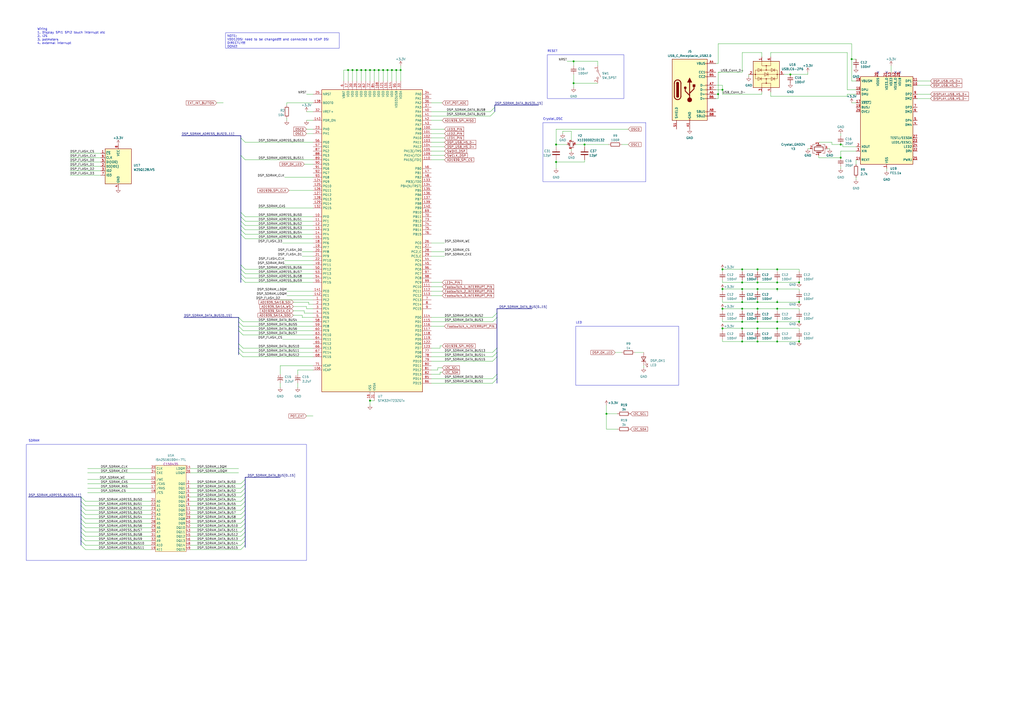
<source format=kicad_sch>
(kicad_sch (version 20231120) (generator "eeschema") (generator_version "8.0")
  (paper "A2")
  (junction (at 419.1 52.07))
  (junction (at 322.58 93.98))
  (junction (at 450.85 156.21))
  (junction (at 463.55 163.83))
  (junction (at 430.53 198.12))
  (junction (at 463.55 186.69))
  (junction (at 209.55 40.64))
  (junction (at 450.85 186.69))
  (junction (at 450.85 179.07))
  (junction (at 439.42 198.12))
  (junction (at 487.68 83.82))
  (junction (at 419.1 190.5))
  (junction (at 430.53 163.83))
  (junction (at 439.42 167.64))
  (junction (at 430.53 186.69))
  (junction (at 439.42 186.69))
  (junction (at 214.63 40.64))
  (junction (at 219.71 40.64))
  (junction (at 351.79 240.03))
  (junction (at 217.17 40.64))
  (junction (at 207.01 40.64))
  (junction (at 450.85 198.12))
  (junction (at 450.85 175.26))
  (junction (at 463.55 175.26))
  (junction (at 222.25 40.64))
  (junction (at 416.56 54.61))
  (junction (at 214.63 232.41))
  (junction (at 229.87 40.64))
  (junction (at 430.53 175.26))
  (junction (at 439.42 156.21))
  (junction (at 494.03 34.29))
  (junction (at 450.85 163.83))
  (junction (at 450.85 190.5))
  (junction (at 212.09 40.64))
  (junction (at 439.42 190.5))
  (junction (at 204.47 40.64))
  (junction (at 430.53 190.5))
  (junction (at 458.47 43.18))
  (junction (at 419.1 179.07))
  (junction (at 439.42 179.07))
  (junction (at 430.53 167.64))
  (junction (at 439.42 175.26))
  (junction (at 439.42 163.83))
  (junction (at 450.85 167.64))
  (junction (at 232.41 40.64))
  (junction (at 201.93 40.64))
  (junction (at 430.53 179.07))
  (junction (at 322.58 83.82))
  (junction (at 339.09 83.82))
  (junction (at 463.55 198.12))
  (junction (at 224.79 40.64))
  (junction (at 332.74 35.56))
  (junction (at 332.74 48.26))
  (junction (at 487.68 91.44))
  (junction (at 419.1 156.21))
  (junction (at 419.1 167.64))
  (junction (at 227.33 40.64))
  (junction (at 430.53 156.21))
  (no_connect (at 509.27 41.91))
  (no_connect (at 519.43 41.91))
  (no_connect (at 521.97 41.91))
  (no_connect (at 514.35 41.91))
  (bus_entry (at 288.29 217.17) (size -2.54 2.54))
  (bus_entry (at 138.43 189.23) (size 2.54 2.54))
  (bus_entry (at 142.24 306.07) (size -2.54 2.54))
  (bus_entry (at 142.24 280.67) (size -2.54 2.54))
  (bus_entry (at 46.99 303.53) (size 2.54 2.54))
  (bus_entry (at 287.02 64.77) (size -2.54 2.54))
  (bus_entry (at 288.29 184.15) (size -2.54 2.54))
  (bus_entry (at 142.24 293.37) (size -2.54 2.54))
  (bus_entry (at 46.99 290.83) (size 2.54 2.54))
  (bus_entry (at 139.7 130.81) (size 2.54 2.54))
  (bus_entry (at 46.99 293.37) (size 2.54 2.54))
  (bus_entry (at 46.99 311.15) (size 2.54 2.54))
  (bus_entry (at 288.29 207.01) (size -2.54 2.54))
  (bus_entry (at 139.7 125.73) (size 2.54 2.54))
  (bus_entry (at 142.24 285.75) (size -2.54 2.54))
  (bus_entry (at 46.99 300.99) (size 2.54 2.54))
  (bus_entry (at 139.7 128.27) (size 2.54 2.54))
  (bus_entry (at 138.43 204.47) (size 2.54 2.54))
  (bus_entry (at 46.99 308.61) (size 2.54 2.54))
  (bus_entry (at 142.24 313.69) (size -2.54 2.54))
  (bus_entry (at 142.24 300.99) (size -2.54 2.54))
  (bus_entry (at 288.29 181.61) (size -2.54 2.54))
  (bus_entry (at 139.7 123.19) (size 2.54 2.54))
  (bus_entry (at 142.24 308.61) (size -2.54 2.54))
  (bus_entry (at 46.99 306.07) (size 2.54 2.54))
  (bus_entry (at 288.29 204.47) (size -2.54 2.54))
  (bus_entry (at 139.7 158.75) (size 2.54 2.54))
  (bus_entry (at 142.24 311.15) (size -2.54 2.54))
  (bus_entry (at 139.7 161.29) (size 2.54 2.54))
  (bus_entry (at 288.29 219.71) (size -2.54 2.54))
  (bus_entry (at 142.24 278.13) (size -2.54 2.54))
  (bus_entry (at 142.24 316.23) (size -2.54 2.54))
  (bus_entry (at 46.99 295.91) (size 2.54 2.54))
  (bus_entry (at 139.7 133.35) (size 2.54 2.54))
  (bus_entry (at 139.7 135.89) (size 2.54 2.54))
  (bus_entry (at 139.7 90.17) (size 2.54 2.54))
  (bus_entry (at 142.24 283.21) (size -2.54 2.54))
  (bus_entry (at 46.99 316.23) (size 2.54 2.54))
  (bus_entry (at 142.24 303.53) (size -2.54 2.54))
  (bus_entry (at 139.7 153.67) (size 2.54 2.54))
  (bus_entry (at 46.99 288.29) (size 2.54 2.54))
  (bus_entry (at 142.24 290.83) (size -2.54 2.54))
  (bus_entry (at 138.43 186.69) (size 2.54 2.54))
  (bus_entry (at 46.99 313.69) (size 2.54 2.54))
  (bus_entry (at 139.7 80.01) (size 2.54 2.54))
  (bus_entry (at 142.24 298.45) (size -2.54 2.54))
  (bus_entry (at 46.99 298.45) (size 2.54 2.54))
  (bus_entry (at 287.02 62.23) (size -2.54 2.54))
  (bus_entry (at 138.43 184.15) (size 2.54 2.54))
  (bus_entry (at 139.7 156.21) (size 2.54 2.54))
  (bus_entry (at 142.24 288.29) (size -2.54 2.54))
  (bus_entry (at 138.43 191.77) (size 2.54 2.54))
  (bus_entry (at 138.43 199.39) (size 2.54 2.54))
  (bus_entry (at 142.24 295.91) (size -2.54 2.54))
  (bus_entry (at 288.29 201.93) (size -2.54 2.54))
  (bus_entry (at 138.43 201.93) (size 2.54 2.54))
  (bus (pts (xy 142.24 298.45) (xy 142.24 295.91)))
  (wire (pts (xy 250.19 90.17) (xy 257.81 90.17)))
  (wire (pts (xy 177.8 177.8) (xy 177.8 179.07)))
  (wire (pts (xy 430.53 179.07) (xy 439.42 179.07)))
  (bus (pts (xy 139.7 130.81) (xy 139.7 133.35)))
  (wire (pts (xy 322.58 93.98) (xy 339.09 93.98)))
  (bus (pts (xy 142.24 278.13) (xy 142.24 276.86)))
  (wire (pts (xy 255.27 201.93) (xy 250.19 201.93)))
  (wire (pts (xy 177.8 54.61) (xy 181.61 54.61)))
  (bus (pts (xy 288.29 179.07) (xy 308.61 179.07)))
  (wire (pts (xy 175.26 184.15) (xy 181.61 184.15)))
  (wire (pts (xy 217.17 40.64) (xy 219.71 40.64)))
  (wire (pts (xy 416.7475 41.945) (xy 416.56 41.91)))
  (wire (pts (xy 222.25 40.64) (xy 222.25 46.99)))
  (wire (pts (xy 250.19 80.01) (xy 257.81 80.01)))
  (wire (pts (xy 358.14 248.92) (xy 351.79 248.92)))
  (bus (pts (xy 288.29 219.71) (xy 288.29 222.25)))
  (bus (pts (xy 138.43 201.93) (xy 138.43 204.47)))
  (bus (pts (xy 46.99 293.37) (xy 46.99 295.91)))
  (wire (pts (xy 415.29 52.07) (xy 419.1 52.07)))
  (wire (pts (xy 40.64 88.9) (xy 58.42 88.9)))
  (wire (pts (xy 179.07 175.26) (xy 179.07 176.53)))
  (bus (pts (xy 142.24 288.29) (xy 142.24 290.83)))
  (wire (pts (xy 441.96 30.48) (xy 441.96 33.02)))
  (wire (pts (xy 250.19 77.47) (xy 257.81 77.47)))
  (wire (pts (xy 463.55 191.77) (xy 463.55 190.5)))
  (wire (pts (xy 110.49 290.83) (xy 139.7 290.83)))
  (wire (pts (xy 177.8 69.85) (xy 181.61 69.85)))
  (wire (pts (xy 177.8 179.07) (xy 181.61 179.07)))
  (wire (pts (xy 250.19 184.15) (xy 285.75 184.15)))
  (bus (pts (xy 142.24 285.75) (xy 142.24 283.21)))
  (bus (pts (xy 142.24 280.67) (xy 142.24 278.13)))
  (wire (pts (xy 165.1 151.13) (xy 181.61 151.13)))
  (bus (pts (xy 46.99 313.69) (xy 46.99 316.23)))
  (wire (pts (xy 142.24 156.21) (xy 181.61 156.21)))
  (wire (pts (xy 494.03 46.99) (xy 496.57 46.99)))
  (wire (pts (xy 179.07 176.53) (xy 181.61 176.53)))
  (wire (pts (xy 166.37 68.58) (xy 166.37 69.85)))
  (bus (pts (xy 46.99 311.15) (xy 46.99 313.69)))
  (bus (pts (xy 138.43 186.69) (xy 138.43 189.23)))
  (bus (pts (xy 46.99 298.45) (xy 46.99 300.99)))
  (wire (pts (xy 219.71 40.64) (xy 219.71 46.99)))
  (wire (pts (xy 491.49 52.07) (xy 496.57 52.07)))
  (wire (pts (xy 450.85 185.42) (xy 450.85 186.69)))
  (wire (pts (xy 250.19 207.01) (xy 285.75 207.01)))
  (wire (pts (xy 450.85 191.77) (xy 450.85 190.5)))
  (bus (pts (xy 142.24 317.5) (xy 142.24 316.23)))
  (wire (pts (xy 199.39 40.64) (xy 201.93 40.64)))
  (wire (pts (xy 250.19 209.55) (xy 285.75 209.55)))
  (wire (pts (xy 142.24 135.89) (xy 181.61 135.89)))
  (wire (pts (xy 439.42 173.99) (xy 439.42 175.26)))
  (wire (pts (xy 463.55 179.07) (xy 450.85 179.07)))
  (bus (pts (xy 139.7 128.27) (xy 139.7 130.81)))
  (wire (pts (xy 430.53 185.42) (xy 430.53 186.69)))
  (wire (pts (xy 494.03 34.29) (xy 496.57 34.29)))
  (wire (pts (xy 474.98 82.55) (xy 482.6 82.55)))
  (wire (pts (xy 487.68 87.63) (xy 496.57 87.63)))
  (bus (pts (xy 142.24 288.29) (xy 142.24 285.75)))
  (wire (pts (xy 450.85 163.83) (xy 463.55 163.83)))
  (wire (pts (xy 142.24 163.83) (xy 181.61 163.83)))
  (wire (pts (xy 416.56 54.61) (xy 416.56 57.15)))
  (wire (pts (xy 175.26 182.88) (xy 175.26 184.15)))
  (bus (pts (xy 139.7 156.21) (xy 139.7 158.75)))
  (wire (pts (xy 539.75 46.99) (xy 532.13 46.99)))
  (bus (pts (xy 142.24 303.53) (xy 142.24 300.99)))
  (wire (pts (xy 166.37 59.69) (xy 181.61 59.69)))
  (wire (pts (xy 50.8 271.78) (xy 87.63 271.78)))
  (wire (pts (xy 458.47 43.18) (xy 454.66 43.18)))
  (bus (pts (xy 138.43 184.15) (xy 138.43 186.69)))
  (wire (pts (xy 322.58 74.93) (xy 322.58 83.82)))
  (wire (pts (xy 207.01 40.64) (xy 209.55 40.64)))
  (wire (pts (xy 430.53 156.21) (xy 439.42 156.21)))
  (bus (pts (xy 288.29 184.15) (xy 288.29 201.93)))
  (wire (pts (xy 40.64 93.98) (xy 58.42 93.98)))
  (bus (pts (xy 139.7 133.35) (xy 139.7 135.89)))
  (wire (pts (xy 439.42 163.83) (xy 450.85 163.83)))
  (wire (pts (xy 142.24 130.81) (xy 181.61 130.81)))
  (wire (pts (xy 487.68 77.47) (xy 487.68 78.74)))
  (wire (pts (xy 110.49 288.29) (xy 139.7 288.29)))
  (wire (pts (xy 415.29 49.53) (xy 419.1 49.53)))
  (wire (pts (xy 49.53 316.23) (xy 87.63 316.23)))
  (wire (pts (xy 224.79 40.64) (xy 224.79 46.99)))
  (wire (pts (xy 250.19 204.47) (xy 285.75 204.47)))
  (wire (pts (xy 163.83 140.97) (xy 181.61 140.97)))
  (wire (pts (xy 447.04 55.88) (xy 447.04 53.34)))
  (wire (pts (xy 40.64 91.44) (xy 58.42 91.44)))
  (wire (pts (xy 165.1 153.67) (xy 181.61 153.67)))
  (bus (pts (xy 139.7 125.73) (xy 139.7 128.27)))
  (wire (pts (xy 463.55 157.48) (xy 463.55 156.21)))
  (wire (pts (xy 209.55 40.64) (xy 212.09 40.64)))
  (wire (pts (xy 49.53 313.69) (xy 87.63 313.69)))
  (wire (pts (xy 110.49 295.91) (xy 139.7 295.91)))
  (wire (pts (xy 229.87 40.64) (xy 232.41 40.64)))
  (wire (pts (xy 110.49 316.23) (xy 139.7 316.23)))
  (wire (pts (xy 326.39 76.2) (xy 331.47 76.2)))
  (wire (pts (xy 142.24 82.55) (xy 181.61 82.55)))
  (bus (pts (xy 142.24 303.53) (xy 142.24 306.07)))
  (wire (pts (xy 163.83 196.85) (xy 181.61 196.85)))
  (wire (pts (xy 419.1 168.91) (xy 419.1 167.64)))
  (wire (pts (xy 207.01 40.64) (xy 207.01 46.99)))
  (wire (pts (xy 488.95 85.09) (xy 488.95 83.82)))
  (wire (pts (xy 250.19 219.71) (xy 285.75 219.71)))
  (wire (pts (xy 463.55 185.42) (xy 463.55 186.69)))
  (wire (pts (xy 232.41 40.64) (xy 232.41 46.99)))
  (bus (pts (xy 139.7 78.74) (xy 105.41 78.74)))
  (wire (pts (xy 332.74 43.18) (xy 332.74 48.26)))
  (wire (pts (xy 176.53 95.25) (xy 181.61 95.25)))
  (wire (pts (xy 326.39 77.47) (xy 326.39 76.2)))
  (wire (pts (xy 430.53 175.26) (xy 439.42 175.26)))
  (bus (pts (xy 16.51 288.29) (xy 46.99 288.29)))
  (wire (pts (xy 49.53 298.45) (xy 87.63 298.45)))
  (wire (pts (xy 450.85 157.48) (xy 450.85 156.21)))
  (wire (pts (xy 373.38 212.09) (xy 373.38 213.36)))
  (wire (pts (xy 415.29 57.15) (xy 416.56 57.15)))
  (wire (pts (xy 172.72 214.63) (xy 181.61 214.63)))
  (wire (pts (xy 439.42 168.91) (xy 439.42 167.64)))
  (wire (pts (xy 110.49 306.07) (xy 139.7 306.07)))
  (bus (pts (xy 139.7 123.19) (xy 139.7 125.73)))
  (wire (pts (xy 447.04 30.48) (xy 491.49 30.48)))
  (wire (pts (xy 50.8 283.21) (xy 87.63 283.21)))
  (wire (pts (xy 140.97 201.93) (xy 181.61 201.93)))
  (wire (pts (xy 430.53 198.12) (xy 439.42 198.12)))
  (wire (pts (xy 49.53 306.07) (xy 87.63 306.07)))
  (wire (pts (xy 110.49 285.75) (xy 139.7 285.75)))
  (wire (pts (xy 50.8 280.67) (xy 87.63 280.67)))
  (bus (pts (xy 46.99 306.07) (xy 46.99 308.61)))
  (wire (pts (xy 209.55 40.64) (xy 209.55 46.99)))
  (wire (pts (xy 162.56 217.17) (xy 162.56 212.09)))
  (wire (pts (xy 110.49 303.53) (xy 139.7 303.53)))
  (wire (pts (xy 256.54 213.36) (xy 254 213.36)))
  (bus (pts (xy 142.24 293.37) (xy 142.24 290.83)))
  (bus (pts (xy 287.02 60.96) (xy 312.42 60.96)))
  (bus (pts (xy 288.29 181.61) (xy 288.29 184.15)))
  (wire (pts (xy 430.53 30.48) (xy 441.96 30.48)))
  (wire (pts (xy 430.53 167.64) (xy 419.1 167.64)))
  (wire (pts (xy 419.1 49.53) (xy 419.1 52.07)))
  (wire (pts (xy 439.42 198.12) (xy 450.85 198.12)))
  (wire (pts (xy 463.55 190.5) (xy 450.85 190.5)))
  (wire (pts (xy 441.96 54.61) (xy 441.96 53.34)))
  (wire (pts (xy 140.97 189.23) (xy 181.61 189.23)))
  (wire (pts (xy 204.47 40.64) (xy 207.01 40.64)))
  (wire (pts (xy 170.18 182.88) (xy 175.26 182.88)))
  (wire (pts (xy 496.57 92.71) (xy 496.57 95.25)))
  (wire (pts (xy 257.81 146.05) (xy 250.19 146.05)))
  (wire (pts (xy 430.53 186.69) (xy 439.42 186.69)))
  (wire (pts (xy 332.74 35.56) (xy 332.74 38.1)))
  (wire (pts (xy 162.56 222.25) (xy 162.56 224.79)))
  (wire (pts (xy 176.53 181.61) (xy 181.61 181.61)))
  (wire (pts (xy 250.19 85.09) (xy 257.81 85.09)))
  (wire (pts (xy 516.89 38.1) (xy 516.89 41.91)))
  (wire (pts (xy 430.53 179.07) (xy 419.1 179.07)))
  (wire (pts (xy 149.86 120.65) (xy 181.61 120.65)))
  (wire (pts (xy 430.53 190.5) (xy 419.1 190.5)))
  (wire (pts (xy 419.1 162.56) (xy 419.1 163.83)))
  (wire (pts (xy 177.8 64.77) (xy 181.61 64.77)))
  (wire (pts (xy 250.19 74.93) (xy 257.81 74.93)))
  (wire (pts (xy 110.49 283.21) (xy 139.7 283.21)))
  (wire (pts (xy 532.13 57.15) (xy 539.75 57.15)))
  (wire (pts (xy 494.03 59.69) (xy 496.57 59.69)))
  (wire (pts (xy 177.8 74.93) (xy 181.61 74.93)))
  (wire (pts (xy 494.03 25.4) (xy 494.03 34.29)))
  (bus (pts (xy 142.24 295.91) (xy 142.24 293.37)))
  (wire (pts (xy 439.42 162.56) (xy 439.42 163.83)))
  (wire (pts (xy 110.49 298.45) (xy 139.7 298.45)))
  (wire (pts (xy 250.19 186.69) (xy 285.75 186.69)))
  (wire (pts (xy 256.54 69.85) (xy 250.19 69.85)))
  (bus (pts (xy 142.24 313.69) (xy 142.24 311.15)))
  (wire (pts (xy 430.53 167.64) (xy 439.42 167.64)))
  (bus (pts (xy 139.7 90.17) (xy 139.7 123.19)))
  (wire (pts (xy 250.19 64.77) (xy 284.48 64.77)))
  (wire (pts (xy 463.55 180.34) (xy 463.55 179.07)))
  (wire (pts (xy 142.24 133.35) (xy 181.61 133.35)))
  (bus (pts (xy 139.7 80.01) (xy 139.7 90.17)))
  (wire (pts (xy 416.56 36.83) (xy 415.29 36.83)))
  (bus (pts (xy 46.99 303.53) (xy 46.99 306.07)))
  (wire (pts (xy 250.19 168.91) (xy 256.54 168.91)))
  (wire (pts (xy 419.1 52.07) (xy 419.1 54.61)))
  (wire (pts (xy 142.24 161.29) (xy 181.61 161.29)))
  (wire (pts (xy 177.8 241.3) (xy 181.61 241.3)))
  (wire (pts (xy 360.68 83.82) (xy 364.49 83.82)))
  (wire (pts (xy 212.09 40.64) (xy 212.09 46.99)))
  (wire (pts (xy 166.37 171.45) (xy 181.61 171.45)))
  (wire (pts (xy 351.79 240.03) (xy 351.79 234.95)))
  (wire (pts (xy 250.19 163.83) (xy 256.54 163.83)))
  (wire (pts (xy 430.53 162.56) (xy 430.53 163.83)))
  (wire (pts (xy 430.53 191.77) (xy 430.53 190.5)))
  (wire (pts (xy 49.53 290.83) (xy 87.63 290.83)))
  (wire (pts (xy 439.42 186.69) (xy 450.85 186.69)))
  (wire (pts (xy 204.47 40.64) (xy 204.47 46.99)))
  (wire (pts (xy 332.74 35.56) (xy 346.71 35.56)))
  (wire (pts (xy 430.53 196.85) (xy 430.53 198.12)))
  (wire (pts (xy 514.35 99.06) (xy 514.35 97.79)))
  (wire (pts (xy 175.26 146.05) (xy 181.61 146.05)))
  (wire (pts (xy 439.42 180.34) (xy 439.42 179.07)))
  (wire (pts (xy 439.42 175.26) (xy 450.85 175.26)))
  (wire (pts (xy 358.14 240.03) (xy 351.79 240.03)))
  (wire (pts (xy 49.53 308.61) (xy 87.63 308.61)))
  (wire (pts (xy 175.26 148.59) (xy 181.61 148.59)))
  (wire (pts (xy 170.18 175.26) (xy 179.07 175.26)))
  (bus (pts (xy 142.24 308.61) (xy 142.24 306.07)))
  (wire (pts (xy 496.57 85.09) (xy 488.95 85.09)))
  (wire (pts (xy 482.6 83.82) (xy 487.68 83.82)))
  (wire (pts (xy 254 214.63) (xy 250.19 214.63)))
  (wire (pts (xy 250.19 222.25) (xy 285.75 222.25)))
  (wire (pts (xy 487.68 83.82) (xy 488.95 83.82)))
  (wire (pts (xy 142.24 92.71) (xy 181.61 92.71)))
  (wire (pts (xy 416.56 25.4) (xy 494.03 25.4)))
  (wire (pts (xy 491.49 55.88) (xy 491.49 54.61)))
  (wire (pts (xy 419.1 180.34) (xy 419.1 179.07)))
  (wire (pts (xy 450.85 167.64) (xy 439.42 167.64)))
  (wire (pts (xy 49.53 303.53) (xy 87.63 303.53)))
  (wire (pts (xy 166.37 60.96) (xy 166.37 59.69)))
  (wire (pts (xy 250.19 82.55) (xy 257.81 82.55)))
  (wire (pts (xy 322.58 74.93) (xy 364.49 74.93)))
  (bus (pts (xy 142.24 283.21) (xy 142.24 280.67)))
  (wire (pts (xy 419.1 198.12) (xy 430.53 198.12)))
  (wire (pts (xy 450.85 190.5) (xy 439.42 190.5)))
  (wire (pts (xy 351.79 248.92) (xy 351.79 240.03)))
  (wire (pts (xy 232.41 38.1) (xy 232.41 40.64)))
  (bus (pts (xy 138.43 184.15) (xy 106.68 184.15)))
  (wire (pts (xy 172.72 222.25) (xy 172.72 224.79)))
  (wire (pts (xy 328.93 35.56) (xy 332.74 35.56)))
  (wire (pts (xy 162.56 212.09) (xy 181.61 212.09)))
  (bus (pts (xy 138.43 204.47) (xy 138.43 205.74)))
  (bus (pts (xy 139.7 80.01) (xy 139.7 78.74)))
  (wire (pts (xy 322.58 83.82) (xy 328.93 83.82)))
  (bus (pts (xy 142.24 300.99) (xy 142.24 298.45)))
  (wire (pts (xy 140.97 204.47) (xy 181.61 204.47)))
  (wire (pts (xy 250.19 189.23) (xy 257.81 189.23)))
  (wire (pts (xy 110.49 274.32) (xy 138.43 274.32)))
  (wire (pts (xy 439.42 196.85) (xy 439.42 198.12)))
  (wire (pts (xy 463.55 168.91) (xy 463.55 167.64)))
  (bus (pts (xy 139.7 161.29) (xy 139.7 163.83)))
  (wire (pts (xy 140.97 207.01) (xy 181.61 207.01)))
  (wire (pts (xy 177.8 77.47) (xy 181.61 77.47)))
  (wire (pts (xy 172.72 214.63) (xy 172.72 217.17)))
  (wire (pts (xy 450.85 179.07) (xy 439.42 179.07)))
  (wire (pts (xy 50.8 274.32) (xy 87.63 274.32)))
  (bus (pts (xy 139.7 153.67) (xy 139.7 156.21)))
  (wire (pts (xy 447.04 30.48) (xy 447.04 33.02)))
  (bus (pts (xy 142.24 311.15) (xy 142.24 308.61)))
  (wire (pts (xy 439.42 185.42) (xy 439.42 186.69)))
  (wire (pts (xy 40.64 101.6) (xy 58.42 101.6)))
  (wire (pts (xy 491.49 30.48) (xy 491.49 52.07)))
  (wire (pts (xy 176.53 180.34) (xy 176.53 181.61)))
  (wire (pts (xy 463.55 156.21) (xy 450.85 156.21)))
  (bus (pts (xy 46.99 295.91) (xy 46.99 298.45)))
  (wire (pts (xy 491.49 54.61) (xy 496.57 54.61)))
  (wire (pts (xy 166.37 168.91) (xy 181.61 168.91)))
  (wire (pts (xy 339.09 92.71) (xy 339.09 93.98)))
  (bus (pts (xy 288.29 201.93) (xy 288.29 204.47)))
  (wire (pts (xy 419.1 191.77) (xy 419.1 190.5)))
  (wire (pts (xy 214.63 232.41) (xy 217.17 232.41)))
  (bus (pts (xy 46.99 300.99) (xy 46.99 303.53)))
  (bus (pts (xy 288.29 207.01) (xy 288.29 217.17)))
  (wire (pts (xy 419.1 175.26) (xy 430.53 175.26)))
  (wire (pts (xy 450.85 196.85) (xy 450.85 198.12)))
  (wire (pts (xy 49.53 295.91) (xy 87.63 295.91)))
  (wire (pts (xy 539.75 49.53) (xy 532.13 49.53)))
  (wire (pts (xy 40.64 96.52) (xy 58.42 96.52)))
  (wire (pts (xy 229.87 46.99) (xy 229.87 40.64)))
  (wire (pts (xy 110.49 271.78) (xy 138.43 271.78)))
  (wire (pts (xy 463.55 173.99) (xy 463.55 175.26)))
  (wire (pts (xy 419.1 196.85) (xy 419.1 198.12)))
  (wire (pts (xy 419.1 157.48) (xy 419.1 156.21)))
  (wire (pts (xy 419.1 173.99) (xy 419.1 175.26)))
  (wire (pts (xy 416.56 41.91) (xy 416.56 54.61)))
  (wire (pts (xy 201.93 40.64) (xy 201.93 46.99)))
  (wire (pts (xy 415.29 54.61) (xy 416.56 54.61)))
  (bus (pts (xy 139.7 158.75) (xy 139.7 161.29)))
  (bus (pts (xy 288.29 217.17) (xy 288.29 219.71)))
  (wire (pts (xy 450.85 180.34) (xy 450.85 179.07)))
  (wire (pts (xy 170.18 177.8) (xy 177.8 177.8)))
  (bus (pts (xy 142.24 276.86) (xy 162.56 276.86)))
  (wire (pts (xy 487.68 87.63) (xy 487.68 91.44)))
  (bus (pts (xy 287.02 62.23) (xy 287.02 60.96)))
  (wire (pts (xy 418.0175 41.945) (xy 416.7475 41.945)))
  (wire (pts (xy 125.73 59.69) (xy 129.54 59.69)))
  (wire (pts (xy 110.49 311.15) (xy 139.7 311.15)))
  (wire (pts (xy 450.85 173.99) (xy 450.85 175.26)))
  (wire (pts (xy 430.53 180.34) (xy 430.53 179.07)))
  (wire (pts (xy 450.85 186.69) (xy 463.55 186.69)))
  (wire (pts (xy 339.09 85.09) (xy 339.09 83.82)))
  (wire (pts (xy 331.47 76.2) (xy 331.47 81.28)))
  (wire (pts (xy 110.49 318.77) (xy 139.7 318.77)))
  (wire (pts (xy 256.54 215.9) (xy 255.27 215.9)))
  (wire (pts (xy 214.63 234.95) (xy 214.63 232.41)))
  (wire (pts (xy 434.34 44.45) (xy 434.34 43.18)))
  (wire (pts (xy 250.19 166.37) (xy 256.54 166.37)))
  (wire (pts (xy 110.49 300.99) (xy 139.7 300.99)))
  (wire (pts (xy 219.71 40.64) (xy 222.25 40.64)))
  (wire (pts (xy 140.97 194.31) (xy 181.61 194.31)))
  (wire (pts (xy 250.19 87.63) (xy 257.81 87.63)))
  (wire (pts (xy 419.1 185.42) (xy 419.1 186.69)))
  (wire (pts (xy 110.49 280.67) (xy 139.7 280.67)))
  (wire (pts (xy 468.63 41.91) (xy 468.63 43.18)))
  (wire (pts (xy 110.49 308.61) (xy 139.7 308.61)))
  (wire (pts (xy 450.85 162.56) (xy 450.85 163.83)))
  (wire (pts (xy 110.49 293.37) (xy 139.7 293.37)))
  (wire (pts (xy 254 213.36) (xy 254 214.63)))
  (bus (pts (xy 46.99 308.61) (xy 46.99 311.15)))
  (wire (pts (xy 468.63 86.36) (xy 469.9 86.36)))
  (bus (pts (xy 139.7 135.89) (xy 139.7 153.67)))
  (wire (pts (xy 214.63 40.64) (xy 217.17 40.64)))
  (wire (pts (xy 110.49 313.69) (xy 139.7 313.69)))
  (wire (pts (xy 255.27 215.9) (xy 255.27 217.17)))
  (wire (pts (xy 217.17 40.64) (xy 217.17 46.99)))
  (bus (pts (xy 142.24 316.23) (xy 142.24 313.69)))
  (wire (pts (xy 334.01 83.82) (xy 339.09 83.82)))
  (wire (pts (xy 474.98 91.44) (xy 487.68 91.44)))
  (wire (pts (xy 463.55 196.85) (xy 463.55 198.12)))
  (wire (pts (xy 450.85 175.26) (xy 463.55 175.26)))
  (wire (pts (xy 162.56 173.99) (xy 181.61 173.99)))
  (wire (pts (xy 532.13 54.61) (xy 539.75 54.61)))
  (wire (pts (xy 331.47 86.36) (xy 331.47 87.63)))
  (wire (pts (xy 142.24 138.43) (xy 181.61 138.43)))
  (wire (pts (xy 430.53 157.48) (xy 430.53 156.21)))
  (wire (pts (xy 322.58 83.82) (xy 322.58 85.09)))
  (wire (pts (xy 430.53 30.48) (xy 430.53 41.91)))
  (wire (pts (xy 49.53 318.77) (xy 87.63 318.77)))
  (wire (pts (xy 50.8 278.13) (xy 87.63 278.13)))
  (bus (pts (xy 138.43 189.23) (xy 138.43 191.77)))
  (bus (pts (xy 138.43 191.77) (xy 138.43 199.39)))
  (wire (pts (xy 332.74 48.26) (xy 332.74 50.8)))
  (wire (pts (xy 430.53 168.91) (xy 430.53 167.64)))
  (wire (pts (xy 322.58 92.71) (xy 322.58 93.98)))
  (wire (pts (xy 356.87 204.47) (xy 360.68 204.47)))
  (bus (pts (xy 288.29 204.47) (xy 288.29 207.01)))
  (wire (pts (xy 167.64 110.49) (xy 181.61 110.49)))
  (wire (pts (xy 165.1 102.87) (xy 181.61 102.87)))
  (bus (pts (xy 46.99 288.29) (xy 46.99 290.83)))
  (wire (pts (xy 142.24 128.27) (xy 181.61 128.27)))
  (wire (pts (xy 494.03 34.29) (xy 494.03 46.99)))
  (wire (pts (xy 419.1 186.69) (xy 430.53 186.69)))
  (bus (pts (xy 138.43 199.39) (xy 138.43 201.93)))
  (wire (pts (xy 199.39 40.64) (xy 199.39 46.99)))
  (wire (pts (xy 255.27 200.66) (xy 255.27 201.93)))
  (wire (pts (xy 463.55 167.64) (xy 450.85 167.64)))
  (wire (pts (xy 419.1 163.83) (xy 430.53 163.83)))
  (bus (pts (xy 288.29 179.07) (xy 288.29 181.61)))
  (wire (pts (xy 339.09 83.82) (xy 353.06 83.82)))
  (wire (pts (xy 212.09 40.64) (xy 214.63 40.64)))
  (wire (pts (xy 346.71 38.1) (xy 346.71 35.56)))
  (wire (pts (xy 430.53 41.91) (xy 416.7475 41.945)))
  (wire (pts (xy 439.42 191.77) (xy 439.42 190.5)))
  (wire (pts (xy 468.63 43.18) (xy 458.47 43.18)))
  (wire (pts (xy 430.53 156.21) (xy 419.1 156.21)))
  (wire (pts (xy 450.85 168.91) (xy 450.85 167.64)))
  (wire (pts (xy 447.04 55.88) (xy 491.49 55.88)))
  (wire (pts (xy 430.53 163.83) (xy 439.42 163.83)))
  (wire (pts (xy 49.53 293.37) (xy 87.63 293.37)))
  (wire (pts (xy 222.25 40.64) (xy 224.79 40.64)))
  (wire (pts (xy 481.33 86.36) (xy 480.06 86.36)))
  (wire (pts (xy 257.81 140.97) (xy 250.19 140.97)))
  (wire (pts (xy 40.64 99.06) (xy 58.42 99.06)))
  (wire (pts (xy 140.97 186.69) (xy 181.61 186.69)))
  (wire (pts (xy 250.19 67.31) (xy 284.48 67.31)))
  (wire (pts (xy 474.98 90.17) (xy 474.98 91.44)))
  (wire (pts (xy 419.1 54.61) (xy 441.96 54.61)))
  (wire (pts (xy 250.19 171.45) (xy 256.54 171.45)))
  (wire (pts (xy 416.56 36.83) (xy 416.56 25.4)))
  (wire (pts (xy 430.53 190.5) (xy 439.42 190.5)))
  (wire (pts (xy 201.93 40.64) (xy 204.47 40.64)))
  (wire (pts (xy 227.33 40.64) (xy 229.87 40.64)))
  (wire (pts (xy 322.58 93.98) (xy 322.58 97.79)))
  (bus (pts (xy 287.02 64.77) (xy 287.02 62.23)))
  (wire (pts (xy 496.57 102.87) (xy 496.57 104.14)))
  (wire (pts (xy 170.18 180.34) (xy 176.53 180.34)))
  (bus (pts (xy 46.99 290.83) (xy 46.99 293.37)))
  (wire (pts (xy 439.42 157.48) (xy 439.42 156.21)))
  (wire (pts (xy 450.85 198.12) (xy 463.55 198.12)))
  (wire (pts (xy 224.79 40.64) (xy 227.33 40.64)))
  (wire (pts (xy 450.85 156.21) (xy 439.42 156.21)))
  (wire (pts (xy 227.33 40.64) (xy 227.33 46.99)))
  (wire (pts (xy 142.24 125.73) (xy 181.61 125.73)))
  (wire (pts (xy 332.74 48.26) (xy 346.71 48.26)))
  (wire (pts (xy 49.53 311.15) (xy 87.63 311.15)))
  (wire (pts (xy 368.3 204.47) (xy 373.38 204.47)))
  (wire (pts (xy 463.55 162.56) (xy 463.55 163.83)))
  (wire (pts (xy 255.27 217.17) (xy 250.19 217.17)))
  (wire (pts (xy 257.81 148.59) (xy 250.19 148.59)))
  (wire (pts (xy 49.53 300.99) (xy 87.63 300.99)))
  (wire (pts (xy 256.54 200.66) (xy 255.27 200.66)))
  (wire (pts (xy 487.68 97.79) (xy 487.68 96.52)))
  (wire (pts (xy 482.6 82.55) (xy 482.6 83.82)))
  (wire (pts (xy 140.97 191.77) (xy 181.61 191.77)))
  (wire (pts (xy 50.8 285.75) (xy 87.63 285.75)))
  (wire (pts (xy 214.63 40.64) (xy 214.63 46.99)))
  (wire (pts (xy 430.53 173.99) (xy 430.53 175.26)))
  (wire (pts (xy 257.81 92.71) (xy 250.19 92.71)))
  (wire (pts (xy 142.24 158.75) (xy 181.61 158.75)))
  (wire (pts (xy 256.54 59.69) (xy 250.19 59.69)))
  (rectangle (start 317.5 31.75) (end 361.95 57.15))
  (rectangle (start 15.24 257.81) (end 177.8 325.12))
  (rectangle (start 334.01 189.23) (end 393.7 223.52))
  (rectangle (start 314.96 71.12) (end 374.65 105.41))
  (text_box "NOTE:\nVDD12DSI need to be changed!!! and connected to VCAP DSI DIRECTLY!!!\nDONE!\n" (at 130.81 19.05 0) (size 66.04 8.89) (effects (font (size 1.27 1.27)) (justify left top)))
  (text "RESET\n" (at 317.5 30.48 0) (effects (font (size 1.27 1.27)) (justify left bottom)))
  (text "SDRAM" (at 16.51 256.54 0) (effects (font (size 1.27 1.27)) (justify left bottom)))
  (text "Crystal_OSC" (at 314.96 69.85 0) (effects (font (size 1.27 1.27)) (justify left bottom)))
  (text "Wiring\n1. Display SPI1 SPI2 touch interrupt etc\n2. I2S\n3. potmeters\n4. external interrupt\n\n" (at 21.59 27.94 0) (effects (font (size 1.27 1.27)) (justify left bottom)))
  (text "LED" (at 334.01 187.96 0) (effects (font (size 1.27 1.27)) (justify left bottom)))
  (label "DSP_SDRAM_ADRESS_BUS1" (at 149.86 128.27 0))
  (label "DSP_SDRAM_DATA_BUS14" (at 257.81 207.01 0))
  (label "DSP_SDRAM_DATA_BUS15" (at 114.3 318.77 0))
  (label "DSP_SDRAM_ADRESS_BUS11" (at 149.86 92.71 0))
  (label "DSP_SDRAM_ADRESS_BUS10" (at 149.86 82.55 0))
  (label "DSP_SDRAM_DATA_BUS6" (at 149.86 191.77 0))
  (label "DSP_SDRAM_ADRESS_BUS10" (at 57.15 316.23 0))
  (label "DSP_FLASH_D2" (at 40.64 99.06 0))
  (label "DSP_SDRAM_ADRESS_BUS3" (at 149.86 133.35 0))
  (label "NRST" (at 177.8 54.61 180))
  (label "DSP_SDRAM_CKE" (at 58.42 274.32 0))
  (label "DSP_FLASH_D2" (at 162.56 173.99 180))
  (label "DSP_SDRAM_DATA_BUS13" (at 257.81 204.47 0))
  (label "DSP_SDRAM_ADRESS_BUS4" (at 149.86 135.89 0))
  (label "DSP_SDRAM_DATA_BUS13" (at 114.3 313.69 0))
  (label "DSP_SDRAM_DATA_BUS9" (at 259.08 67.31 0))
  (label "DSP_SDRAM_DATA_BUS4" (at 149.86 186.69 0))
  (label "DSP_SDRAM_DATA_BUS14" (at 114.3 316.23 0))
  (label "DSP_SDRAM_CKE" (at 257.81 148.59 0))
  (label "DSP_SDRAM_LDQM" (at 166.37 168.91 180))
  (label "DSP_SDRAM_ADRESS_BUS6" (at 57.15 306.07 0))
  (label "DSP_SDRAM_ADRESS_BUS2" (at 57.15 295.91 0))
  (label "DSP_SDRAM_ADRESS_BUS8" (at 149.86 161.29 0))
  (label "DSP_SDRAM_DATA_BUS1" (at 114.3 283.21 0))
  (label "DSP_SDRAM_DATA_BUS3" (at 257.81 186.69 0))
  (label "DSP_SDRAM_DATA_BUS9" (at 114.3 303.53 0))
  (label "DSP_FLASH_D3" (at 163.83 140.97 180))
  (label "DSP_SDRAM_DATA_BUS4" (at 114.3 290.83 0))
  (label "DSP_SDRAM_WE" (at 57.8098 278.13 0))
  (label "DSP_SDRAM_ADRESS_BUS7" (at 57.15 308.61 0))
  (label "DSP_SDRAM_DATA_BUS5" (at 114.3 293.37 0))
  (label "DSP_SDRAM_ADRESS_BUS11" (at 57.15 318.77 0))
  (label "DSP_SDRAM_ADRESS_BUS4" (at 57.15 300.99 0))
  (label "DSP_SDRAM_CLK" (at 58.42 271.78 0))
  (label "DSP_SDRAM_ADRESS_BUS9" (at 57.15 313.69 0))
  (label "DSP_SDRAM_DATA_BUS2" (at 114.3 285.75 0))
  (label "DSP_SDRAM_DATA_BUS7" (at 114.3 298.45 0))
  (label "DSP_SDRAM_WE" (at 257.81 140.97 0))
  (label "DSP_SDRAM_LDQM" (at 114.3 271.78 0))
  (label "DSP_SDRAM_ADRESS_BUS9" (at 149.86 163.83 0))
  (label "DSP_SDRAM_DATA_BUS[0..15]" (at 106.68 184.15 0))
  (label "DSP_FLASH_CS" (at 163.83 196.85 180))
  (label "DSP_SDRAM_CAS" (at 58.42 280.67 0))
  (label "DSP_SDRAM_CS" (at 257.81 146.05 0))
  (label "DSP_SDRAM_DATA_BUS1" (at 257.81 222.25 0))
  (label "DSP_SDRAM_DATA_BUS6" (at 114.3 295.91 0))
  (label "DSP_FLASH_CLK" (at 165.1 151.13 180))
  (label "DSP_SDRAM_DATA_BUS3" (at 114.3 288.29 0))
  (label "DSP_SDRAM_CS" (at 58.42 285.75 0))
  (label "DSP_SDRAM_CAS" (at 149.86 120.65 0))
  (label "DSP_FLASH_D0" (at 175.26 146.05 180))
  (label "DSP_SDRAM_DATA_BUS15" (at 257.81 209.55 0))
  (label "DSP_SDRAM_UDQM" (at 166.37 171.45 180))
  (label "DSP_SDRAM_ADRESS_BUS[0..11]" (at 105.41 78.74 0))
  (label "USB_Conn_D-" (at 419.1 54.61 0))
  (label "DSP_SDRAM_DATA_BUS7" (at 149.86 194.31 0))
  (label "DSP_SDRAM_ADRESS_BUS7" (at 149.86 158.75 0))
  (label "DSP_SDRAM_DATA_BUS8" (at 259.08 64.77 0))
  (label "DSP_FLASH_CS" (at 40.64 88.9 0))
  (label "DSP_FLASH_D1" (at 40.64 96.52 0))
  (label "DSP_SDRAM_ADRESS_BUS3" (at 57.15 298.45 0))
  (label "DSP_SDRAM_RAS" (at 165.1 153.67 180))
  (label "DSP_SDRAM_ADRESS_BUS0" (at 57.15 290.83 0))
  (label "DSP_SDRAM_DATA_BUS10" (at 114.3 306.07 0))
  (label "NRST" (at 328.93 35.56 180))
  (label "DSP_SDRAM_ADRESS_BUS0" (at 149.86 125.73 0))
  (label "DSP_SDRAM_DATA_BUS2" (at 257.81 184.15 0))
  (label "DSP_SDRAM_DATA_BUS8" (at 114.3 300.99 0))
  (label "DSP_SDRAM_ADRESS_BUS6" (at 149.86 156.21 0))
  (label "DSP_SDRAM_ADRESS_BUS[0..11]" (at 16.51 288.29 0))
  (label "DSP_SDRAM_DATA_BUS12" (at 149.86 207.01 0))
  (label "DSP_FLASH_D0" (at 40.64 93.98 0))
  (label "DSP_SDRAM_DATA_BUS0" (at 257.81 219.71 0))
  (label "DSP_SDRAM_ADRESS_BUS5" (at 149.86 138.43 0))
  (label "DSP_SDRAM_RAS" (at 58.42 283.21 0))
  (label "DSP_SDRAM_DATA_BUS10" (at 149.86 201.93 0))
  (label "DSP_SDRAM_DATA_BUS[0..15]" (at 287.02 60.96 0))
  (label "DSP_SDRAM_ADRESS_BUS1" (at 57.15 293.37 0))
  (label "DSP_FLASH_CLK" (at 40.64 91.44 0))
  (label "DSP_SDRAM_DATA_BUS0" (at 114.3 280.67 0))
  (label "DSP_SDRAM_DATA_BUS[0..15]" (at 289.56 179.07 0))
  (label "DSP_SDRAM_ADRESS_BUS2" (at 149.86 130.81 0))
  (label "USB_Conn_D+" (at 418.0175 41.945 0))
  (label "DSP_SDRAM_CLK" (at 165.1 102.87 180))
  (label "DSP_SDRAM_DATA_BUS11" (at 114.3 308.61 0))
  (label "DSP_FLASH_D3" (at 40.6574 101.6 0))
  (label "DSP_SDRAM_DATA_BUS12" (at 114.3 311.15 0))
  (label "DSP_FLASH_D1" (at 175.26 148.59 180))
  (label "DSP_SDRAM_ADRESS_BUS8" (at 57.15 311.15 0))
  (label "DSP_SDRAM_DATA_BUS5" (at 149.86 189.23 0))
  (label "DSP_SDRAM_ADRESS_BUS5" (at 57.15 303.53 0))
  (label "DSP_SDRAM_UDQM" (at 114.3 274.32 0))
  (label "DSP_SDRAM_DATA_BUS[0..15]" (at 143.51 276.86 0))
  (label "DSP_SDRAM_DATA_BUS11" (at 149.86 204.47 0))
  (global_label "LED4_PIN" (shape input) (at 256.54 163.83 0) (property "Intersheetrefs" "${INTERSHEET_REFS}" (effects (hide yes))))
  (global_label "Footswitch_1_INTERRUPT_PIN" (shape input) (at 256.54 166.37 0) (property "Intersheetrefs" "${INTERSHEET_REFS}" (effects (hide yes))))
  (global_label "OSC0" (shape input) (at 364.49 74.93 0) (property "Intersheetrefs" "${INTERSHEET_REFS}" (effects (hide yes))))
  (global_label "AD1939_SAI1A_WS" (shape input) (at 170.18 177.8 180) (property "Intersheetrefs" "${INTERSHEET_REFS}" (effects (hide yes))))
  (global_label "DSP_USB_HS_D+" (shape input) (at 257.81 85.09 0) (property "Intersheetrefs" "${INTERSHEET_REFS}" (effects (hide yes))))
  (global_label "OSC1" (shape input) (at 177.8 77.47 180) (property "Intersheetrefs" "${INTERSHEET_REFS}" (effects (hide yes))))
  (global_label "I2C_SDA" (shape input) (at 256.54 215.9 0) (property "Intersheetrefs" "${INTERSHEET_REFS}" (effects (hide yes))))
  (global_label "DSP_OK_LED" (shape input) (at 356.87 204.47 180) (property "Intersheetrefs" "${INTERSHEET_REFS}" (effects (hide yes))))
  (global_label "I2C_SCL" (shape input) (at 365.76 240.03 0) (property "Intersheetrefs" "${INTERSHEET_REFS}" (effects (hide yes))))
  (global_label "SWDIO_DSP" (shape input) (at 257.81 87.63 0) (property "Intersheetrefs" "${INTERSHEET_REFS}" (effects (hide yes))))
  (global_label "LED3_PIN" (shape input) (at 257.81 74.93 0) (property "Intersheetrefs" "${INTERSHEET_REFS}" (effects (hide yes))))
  (global_label "DSP_OK_LED" (shape input) (at 176.53 95.25 180) (property "Intersheetrefs" "${INTERSHEET_REFS}" (effects (hide yes))))
  (global_label "I2C_SDA" (shape input) (at 365.76 248.92 0) (property "Intersheetrefs" "${INTERSHEET_REFS}" (effects (hide yes))))
  (global_label "AD1939_SAI1B_SDI" (shape input) (at 170.18 175.26 180) (property "Intersheetrefs" "${INTERSHEET_REFS}" (effects (hide yes))))
  (global_label "DISPLAY_USB_HS_D+" (shape input) (at 539.75 54.61 0) (property "Intersheetrefs" "${INTERSHEET_REFS}" (effects (hide yes))))
  (global_label "Footswitch_3_INTERRUPT_PIN" (shape input) (at 256.54 171.45 0) (property "Intersheetrefs" "${INTERSHEET_REFS}" (effects (hide yes))))
  (global_label "I2C_SCL" (shape input) (at 256.54 213.36 0) (property "Intersheetrefs" "${INTERSHEET_REFS}" (effects (hide yes))))
  (global_label "LED2_PIN" (shape input) (at 257.81 77.47 0) (property "Intersheetrefs" "${INTERSHEET_REFS}" (effects (hide yes))))
  (global_label "AD1939_SPI_CLK" (shape input) (at 167.64 110.49 180) (property "Intersheetrefs" "${INTERSHEET_REFS}" (effects (hide yes))))
  (global_label "EXT_POT_ADC" (shape input) (at 256.54 59.69 0) (property "Intersheetrefs" "${INTERSHEET_REFS}" (effects (hide yes))))
  (global_label "DISPLAY_USB_HS_D-" (shape input) (at 539.75 57.15 0) (property "Intersheetrefs" "${INTERSHEET_REFS}" (effects (hide yes))))
  (global_label "LED1_PIN" (shape input) (at 257.81 80.01 0) (property "Intersheetrefs" "${INTERSHEET_REFS}" (effects (hide yes))))
  (global_label "Footswitch_4_INTERRUPT_PIN" (shape input) (at 257.81 189.23 0) (property "Intersheetrefs" "${INTERSHEET_REFS}" (effects (hide yes))))
  (global_label "AD1939_SAI1A_CK" (shape input) (at 170.18 180.34 180) (property "Intersheetrefs" "${INTERSHEET_REFS}" (effects (hide yes))))
  (global_label "DSP_USB_HS_D-" (shape input) (at 257.81 82.55 0) (property "Intersheetrefs" "${INTERSHEET_REFS}" (effects (hide yes))))
  (global_label "Footswitch_2_INTERRUPT_PIN" (shape input) (at 256.54 168.91 0) (property "Intersheetrefs" "${INTERSHEET_REFS}" (effects (hide yes))))
  (global_label "EXT_INT_BUTTON" (shape input) (at 125.73 59.69 180) (property "Intersheetrefs" "${INTERSHEET_REFS}" (effects (hide yes))))
  (global_label "AD1939_SPI_MISO" (shape input) (at 256.54 69.85 0) (property "Intersheetrefs" "${INTERSHEET_REFS}" (effects (hide yes))))
  (global_label "POT_EXT" (shape input) (at 177.8 241.3 180) (property "Intersheetrefs" "${INTERSHEET_REFS}" (effects (hide yes))))
  (global_label "DSP_USB_HS_D+" (shape input) (at 539.75 46.99 0) (property "Intersheetrefs" "${INTERSHEET_REFS}" (effects (hide yes))))
  (global_label "AD1939_SPI_CS" (shape input) (at 257.81 92.71 0) (property "Intersheetrefs" "${INTERSHEET_REFS}" (effects (hide yes))))
  (global_label "AD1939_SPI_MOSI" (shape input) (at 256.54 200.66 0) (property "Intersheetrefs" "${INTERSHEET_REFS}" (effects (hide yes))))
  (global_label "AD1939_SAI1A_SDO" (shape input) (at 170.18 182.88 180) (property "Intersheetrefs" "${INTERSHEET_REFS}" (effects (hide yes))))
  (global_label "SWCLK_DSP" (shape input) (at 257.81 90.17 0) (property "Intersheetrefs" "${INTERSHEET_REFS}" (effects (hide yes))))
  (global_label "OSC0" (shape input) (at 177.8 74.93 180) (property "Intersheetrefs" "${INTERSHEET_REFS}" (effects (hide yes))))
  (global_label "DSP_USB_HS_D-" (shape input) (at 539.75 49.53 0) (property "Intersheetrefs" "${INTERSHEET_REFS}" (effects (hide yes))))
  (global_label "OSC1" (shape input) (at 364.49 83.82 0) (property "Intersheetrefs" "${INTERSHEET_REFS}" (effects (hide yes))))
  (symbol (lib_id "Device:C_Small") (at 463.55 182.88 0) (unit 1)
    (property "Reference" "C12" (at 466.09 182.2513 0) (effects (justify left)))
    (property "Value" "100nF" (at 466.09 184.7913 0) (effects (justify left)))
    (property "Footprint" "Capacitor_SMD:C_0603_1608Metric" (effects (hide yes)))
    (property "JLCPCB" "C14663" (effects (hide yes)))
    (property "LCSC Part" "C14663" (effects (hide yes)))
    (instances (project "stm_audio_board_V3" (path "" (reference "C12") (unit 1)) (path "" (reference "C197") (unit 1)) (path "" (reference "C183") (unit 1))))
  )
  (symbol (lib_id "power:+3.3V") (at 68.58 83.82 0) (unit 1)
    (property "Reference" "#PWR081" (effects (hide yes)))
    (property "Value" "+3.3V" (at 68.58 80.01 0))
    (instances (project "stm_audio_board_V3" (path "" (reference "#PWR081") (unit 1)) (path "" (reference "#PWR053") (unit 1))))
  )
  (symbol (lib_id "Device:Crystal_GND24") (at 474.98 86.36 90) (unit 1)
    (property "Reference" "Y3" (at 460.1211 86.36 90))
    (property "Value" "Crystal_GND24" (at 460.1211 83.82 90))
    (property "Footprint" "Crystal:Crystal_SMD_3225-4Pin_3.2x2.5mm" (effects (hide yes)))
    (property "LCSC Part" "C9002" (effects (hide yes)))
  )
  (symbol (lib_id "Device:C") (at 322.58 88.9 180) (unit 1)
    (property "Reference" "C31" (at 317.5 87.63 0))
    (property "Value" "12pF" (at 317.5 90.17 0))
    (property "Footprint" "Capacitor_SMD:C_0603_1608Metric" (effects (hide yes)))
    (property "JLCPCB" "C38523" (effects (hide yes)))
    (property "LCSC Part" "C38523" (effects (hide yes)))
  )
  (symbol (lib_id "Device:C_Small") (at 439.42 160.02 0) (unit 1)
    (property "Reference" "C12" (at 441.96 159.3913 0) (effects (justify left)))
    (property "Value" "100nF" (at 441.96 161.9313 0) (effects (justify left)))
    (property "Footprint" "Capacitor_SMD:C_0603_1608Metric" (effects (hide yes)))
    (property "JLCPCB" "C14663" (effects (hide yes)))
    (property "LCSC Part" "C14663" (effects (hide yes)))
    (instances (project "stm_audio_board_V3" (path "" (reference "C12") (unit 1)) (path "" (reference "C56") (unit 1)) (path "" (reference "C181") (unit 1))))
  )
  (symbol (lib_id "Device:C_Small") (at 419.1 160.02 0) (unit 1)
    (property "Reference" "C12" (at 421.64 159.3913 0) (effects (justify left)))
    (property "Value" "100nF" (at 421.64 161.9313 0) (effects (justify left)))
    (property "Footprint" "Capacitor_SMD:C_0603_1608Metric" (effects (hide yes)))
    (property "JLCPCB" "C14663" (effects (hide yes)))
    (property "LCSC Part" "C14663" (effects (hide yes)))
    (instances (project "stm_audio_board_V3" (path "" (reference "C12") (unit 1)) (path "" (reference "C54") (unit 1)) (path "" (reference "C35") (unit 1))))
  )
  (symbol (lib_id "power:+3.3V") (at 177.8 64.77 0) (unit 1)
    (property "Reference" "#PWR081" (effects (hide yes)))
    (property "Value" "+3.3V" (at 177.8 60.96 0))
    (instances (project "stm_audio_board_V3" (path "" (reference "#PWR081") (unit 1)) (path "" (reference "#PWR035") (unit 1))))
  )
  (symbol (lib_id "power:+3.3V") (at 494.03 59.69 0) (unit 1)
    (property "Reference" "#PWR081" (effects (hide yes)))
    (property "Value" "+3.3V" (at 494.03 55.88 0))
    (instances (project "stm_audio_board_V3" (path "" (reference "#PWR081") (unit 1)) (path "" (reference "#PWR0251") (unit 1))))
  )
  (symbol (lib_id "power:+3.3V") (at 419.1 190.5 0) (unit 1)
    (property "Reference" "#PWR081" (effects (hide yes)))
    (property "Value" "+3.3V" (at 422.91 189.23 0))
    (instances (project "stm_audio_board_V3" (path "" (reference "#PWR081") (unit 1)) (path "" (reference "#PWR0213") (unit 1))))
  )
  (symbol (lib_id "Device:C_Small") (at 463.55 171.45 0) (unit 1)
    (property "Reference" "C12" (at 466.09 170.8213 0) (effects (justify left)))
    (property "Value" "100nF" (at 466.09 173.3613 0) (effects (justify left)))
    (property "Footprint" "Capacitor_SMD:C_0603_1608Metric" (effects (hide yes)))
    (property "JLCPCB" "C14663" (effects (hide yes)))
    (property "LCSC Part" "C14663" (effects (hide yes)))
    (instances (project "stm_audio_board_V3" (path "" (reference "C12") (unit 1)) (path "" (reference "C192") (unit 1)) (path "" (reference "C183") (unit 1))))
  )
  (symbol (lib_id "Device:C_Small") (at 496.57 36.83 0) (unit 1)
    (property "Reference" "C12" (at 499.11 36.2013 0) (effects (justify left)))
    (property "Value" "100nF" (at 499.11 38.7413 0) (effects (justify left)))
    (property "Footprint" "Capacitor_SMD:C_0603_1608Metric" (effects (hide yes)))
    (property "JLCPCB" "C14663" (effects (hide yes)))
    (property "LCSC Part" "C14663" (effects (hide yes)))
    (instances (project "stm_audio_board_V3" (path "" (reference "C12") (unit 1)) (path "" (reference "C191") (unit 1)) (path "" (reference "C182") (unit 1))))
  )
  (symbol (lib_id "Device:C_Small") (at 487.68 81.28 0) (unit 1)
    (property "Reference" "C16" (at 490.22 80.6513 0) (effects (justify left)))
    (property "Value" "20pF" (at 490.22 83.1913 0) (effects (justify left)))
    (property "Footprint" "Capacitor_SMD:C_0402_1005Metric" (effects (hide yes)))
    (property "Datasheet" "https://jlcpcb.com/partdetail/1906-0402CG200J500NT/C1554" (effects (hide yes)))
    (property "JLCPCB" "C1554" (effects (hide yes)))
    (property "LCSC Part" "C1554" (effects (hide yes)))
    (instances (project "stm_audio_board_V3" (path "" (reference "C16") (unit 1)) (path "" (reference "C203") (unit 1))))
  )
  (symbol (lib_id "power:GND") (at 458.47 48.26 0) (unit 1)
    (property "Reference" "#PWR09" (effects (hide yes)))
    (property "Value" "GND" (at 458.47 53.34 0))
    (instances (project "stm_audio_board_V3" (path "" (reference "#PWR09") (unit 1)) (path "" (reference "#PWR0192") (unit 1))))
  )
  (symbol (lib_id "power:GND") (at 463.55 163.83 0) (unit 1)
    (property "Reference" "#PWR09" (effects (hide yes)))
    (property "Value" "GND" (at 459.74 165.1 0))
    (instances (project "stm_audio_board_V3" (path "" (reference "#PWR09") (unit 1)) (path "" (reference "#PWR0214") (unit 1))))
  )
  (symbol (lib_id "power:GND") (at 481.33 86.36 0) (unit 1)
    (property "Reference" "#PWR09" (effects (hide yes)))
    (property "Value" "GND" (at 481.33 90.17 0))
    (instances (project "stm_audio_board_V3" (path "" (reference "#PWR09") (unit 1)) (path "" (reference "#PWR0223") (unit 1))))
  )
  (symbol (lib_id "power:+3.3V") (at 468.63 41.91 0) (unit 1)
    (property "Reference" "#PWR081" (effects (hide yes)))
    (property "Value" "+3.3V" (at 468.63 38.1 0))
    (instances (project "stm_audio_board_V3" (path "" (reference "#PWR081") (unit 1)) (path "" (reference "#PWR0191") (unit 1))))
  )
  (symbol (lib_id "Device:C_Small") (at 419.1 171.45 0) (unit 1)
    (property "Reference" "C12" (at 421.64 170.8213 0) (effects (justify left)))
    (property "Value" "100nF" (at 421.64 173.3613 0) (effects (justify left)))
    (property "Footprint" "Capacitor_SMD:C_0603_1608Metric" (effects (hide yes)))
    (property "JLCPCB" "C14663" (effects (hide yes)))
    (property "LCSC Part" "C14663" (effects (hide yes)))
    (instances (project "stm_audio_board_V3" (path "" (reference "C12") (unit 1)) (path "" (reference "C61") (unit 1)) (path "" (reference "C35") (unit 1))))
  )
  (symbol (lib_id "Device:C_Small") (at 450.85 194.31 0) (unit 1)
    (property "Reference" "C12" (at 453.39 193.6813 0) (effects (justify left)))
    (property "Value" "100nF" (at 453.39 196.2213 0) (effects (justify left)))
    (property "Footprint" "Capacitor_SMD:C_0603_1608Metric" (effects (hide yes)))
    (property "JLCPCB" "C14663" (effects (hide yes)))
    (property "LCSC Part" "C14663" (effects (hide yes)))
    (instances (project "stm_audio_board_V3" (path "" (reference "C12") (unit 1)) (path "" (reference "C201") (unit 1)) (path "" (reference "C182") (unit 1))))
  )
  (symbol (lib_id "power:+3.3V") (at 232.41 38.1 0) (unit 1)
    (property "Reference" "#PWR081" (effects (hide yes)))
    (property "Value" "+3.3V" (at 232.41 34.29 0))
    (instances (project "stm_audio_board_V3" (path "" (reference "#PWR081") (unit 1)) (path "" (reference "#PWR03") (unit 1))))
  )
  (symbol (lib_id "Device:R") (at 361.95 248.92 90) (unit 1)
    (property "Reference" "R19" (at 361.95 243.84 90))
    (property "Value" "3k" (at 361.95 246.38 90))
    (property "Footprint" "Resistor_SMD:R_0603_1608Metric" (effects (hide yes)))
    (property "JLCPCB" "C4211" (effects (hide yes)))
    (property "LCSC Part" "C4211" (effects (hide yes)))
    (instances (project "stm_audio_board_V3" (path "" (reference "R19") (unit 1)) (path "" (reference "R86") (unit 1)) (path "" (reference "R27") (unit 1))))
  )
  (symbol (lib_id "power:GND") (at 487.68 97.79 0) (unit 1)
    (property "Reference" "#PWR09" (effects (hide yes)))
    (property "Value" "GND" (at 487.68 102.87 0))
    (instances (project "stm_audio_board_V3" (path "" (reference "#PWR09") (unit 1)) (path "" (reference "#PWR0221") (unit 1))))
  )
  (symbol (lib_id "power:GND") (at 514.35 99.06 0) (unit 1)
    (property "Reference" "#PWR09" (effects (hide yes)))
    (property "Value" "GND" (at 514.35 104.14 0))
    (instances (project "stm_audio_board_V3" (path "" (reference "#PWR09") (unit 1)) (path "" (reference "#PWR0219") (unit 1))))
  )
  (symbol (lib_id "power:GND") (at 322.58 97.79 0) (unit 1)
    (property "Reference" "#PWR019" (effects (hide yes)))
    (property "Value" "GND" (at 322.58 102.87 0))
    (instances (project "stm_audio_board_V3" (path "" (reference "#PWR019") (unit 1)) (path "" (reference "#PWR07") (unit 1))))
  )
  (symbol (lib_id "Device:C_Small") (at 419.1 182.88 0) (unit 1)
    (property "Reference" "C12" (at 421.64 182.2513 0) (effects (justify left)))
    (property "Value" "100nF" (at 421.64 184.7913 0) (effects (justify left)))
    (property "Footprint" "Capacitor_SMD:C_0603_1608Metric" (effects (hide yes)))
    (property "JLCPCB" "C14663" (effects (hide yes)))
    (property "LCSC Part" "C14663" (effects (hide yes)))
    (instances (project "stm_audio_board_V3" (path "" (reference "C12") (unit 1)) (path "" (reference "C193") (unit 1)) (path "" (reference "C35") (unit 1))))
  )
  (symbol (lib_id "power:GND") (at 214.63 234.95 0) (unit 1)
    (property "Reference" "#PWR010" (effects (hide yes)))
    (property "Value" "GND" (effects (hide yes)))
    (instances (project "stm_audio_board_V3" (path "" (reference "#PWR010") (unit 1)) (path "" (reference "#PWR039") (unit 1))))
  )
  (symbol (lib_id "Device:R") (at 496.57 99.06 0) (unit 1)
    (property "Reference" "R9" (at 499.11 98.425 0) (effects (justify left)))
    (property "Value" "2.7k" (at 499.11 100.965 0) (effects (justify left)))
    (property "Footprint" "Resistor_SMD:R_0603_1608Metric" (effects (hide yes)))
    (property "JLCPCB" "C13167" (effects (hide yes)))
    (property "LCSC Part" "C13167" (effects (hide yes)))
    (instances (project "stm_audio_board_V3" (path "" (reference "R9") (unit 1)) (path "" (reference "R87") (unit 1)) (path "" (reference "R9") (unit 1))))
  )
  (symbol (lib_id "Device:C_Small") (at 430.53 160.02 0) (unit 1)
    (property "Reference" "C12" (at 433.07 159.3913 0) (effects (justify left)))
    (property "Value" "100nF" (at 433.07 161.9313 0) (effects (justify left)))
    (property "Footprint" "Capacitor_SMD:C_0603_1608Metric" (effects (hide yes)))
    (property "JLCPCB" "C14663" (effects (hide yes)))
    (property "LCSC Part" "C14663" (effects (hide yes)))
    (instances (project "stm_audio_board_V3" (path "" (reference "C12") (unit 1)) (path "" (reference "C55") (unit 1)) (path "" (reference "C36") (unit 1))))
  )
  (symbol (lib_id "Interface_USB:FE1.1s") (at 514.35 69.85 0) (unit 1)
    (property "Reference" "U19" (at 516.3059 97.79 0) (effects (justify left)))
    (property "Value" "FE1.1s" (at 516.3059 100.33 0) (effects (justify left)))
    (property "Footprint" "Package_SO:SSOP-28_3.9x9.9mm_P0.635mm" (effects (hide yes)))
    (property "Datasheet" "https://cdn-shop.adafruit.com/product-files/2991/FE1.1s+Data+Sheet+(Rev.+1.0).pdf" (effects (hide yes)))
    (property "JLCPCB" "C9359" (effects (hide yes)))
    (property "LCSC Part" "C9359" (effects (hide yes)))
  )
  (symbol (lib_id "power:GND") (at 468.63 86.36 0) (unit 1)
    (property "Reference" "#PWR09" (effects (hide yes)))
    (property "Value" "GND" (at 468.63 90.17 0))
    (instances (project "stm_audio_board_V3" (path "" (reference "#PWR09") (unit 1)) (path "" (reference "#PWR0224") (unit 1))))
  )
  (symbol (lib_id "power:GND") (at 373.38 213.36 0) (unit 1)
    (property "Reference" "#PWR019" (effects (hide yes)))
    (property "Value" "GND" (at 373.38 218.44 0))
    (instances (project "stm_audio_board_V3" (path "" (reference "#PWR019") (unit 1)) (path "" (reference "#PWR089") (unit 1))))
  )
  (symbol (lib_id "Device:C_Small") (at 450.85 160.02 0) (unit 1)
    (property "Reference" "C12" (at 453.39 159.3913 0) (effects (justify left)))
    (property "Value" "100nF" (at 453.39 161.9313 0) (effects (justify left)))
    (property "Footprint" "Capacitor_SMD:C_0603_1608Metric" (effects (hide yes)))
    (property "JLCPCB" "C14663" (effects (hide yes)))
    (property "LCSC Part" "C14663" (effects (hide yes)))
    (instances (project "stm_audio_board_V3" (path "" (reference "C12") (unit 1)) (path "" (reference "C57") (unit 1)) (path "" (reference "C182") (unit 1))))
  )
  (symbol (lib_id "Device:LED") (at 373.38 208.28 90) (unit 1)
    (property "Reference" "DSP_OK1" (at 377.19 209.2325 90) (effects (justify right)))
    (property "Value" "LED" (at 377.19 211.7725 90) (effects (justify right)))
    (property "Footprint" "LED_SMD:LED_0603_1608Metric_Pad1.05x0.95mm_HandSolder" (effects (hide yes)))
    (property "Datasheet" "https://jlcpcb.com/partdetail/Hubei_KentoElec-KT0805G/C2297" (effects (hide yes)))
    (property "JLCPCB" "C2297" (effects (hide yes)))
    (property "LCSC Part" "C2297" (effects (hide yes)))
  )
  (symbol (lib_id "Device:Crystal_GND24_Small") (at 331.47 83.82 0) (unit 1)
    (property "Reference" "Y2" (at 336.4483 78.74 0))
    (property "Value" "X1E0000210132" (at 342.7983 81.28 0))
    (property "Footprint" "Crystal:Crystal_SMD_SeikoEpson_TSX3225-4Pin_3.2x2.5mm_HandSoldering" (effects (hide yes)))
    (property "LCSC Part" "C9006" (effects (hide yes)))
  )
  (symbol (lib_id "Device:C_Polarized_Small_US") (at 162.56 219.71 0) (unit 1)
    (property "Reference" "C15" (at 165.1 218.6432 0) (effects (justify left)))
    (property "Value" "2.2uF" (at 165.1 221.1832 0) (effects (justify left)))
    (property "Footprint" "Capacitor_SMD:C_0805_2012Metric_Pad1.18x1.45mm_HandSolder" (effects (hide yes)))
    (property "JLCPCB" "C377773" (effects (hide yes)))
    (property "LCSC Part" "C377773" (effects (hide yes)))
    (instances (project "stm_audio_board_V3" (path "" (reference "C15") (unit 1)) (path "" (reference "C1") (unit 1))))
  )
  (symbol (lib_id "Device:C_Small") (at 458.47 45.72 0) (unit 1)
    (property "Reference" "C16" (at 461.01 45.0913 0) (effects (justify left)))
    (property "Value" "100nF" (at 461.01 47.6313 0) (effects (justify left)))
    (property "Footprint" "Capacitor_SMD:C_0603_1608Metric" (effects (hide yes)))
    (property "JLCPCB" "C14663" (effects (hide yes)))
    (property "LCSC Part" "C14663" (effects (hide yes)))
    (instances (project "stm_audio_board_V3" (path "" (reference "C16") (unit 1)) (path "" (reference "C63") (unit 1))))
  )
  (symbol (lib_id "Device:C_Small") (at 332.74 40.64 0) (unit 1)
    (property "Reference" "C16" (at 335.28 40.0113 0) (effects (justify left)))
    (property "Value" "100nF" (at 335.28 42.5513 0) (effects (justify left)))
    (property "Footprint" "Capacitor_SMD:C_0603_1608Metric" (effects (hide yes)))
    (property "JLCPCB" "C14663" (effects (hide yes)))
    (property "LCSC Part" "C14663" (effects (hide yes)))
  )
  (symbol (lib_id "Device:C_Small") (at 439.42 171.45 0) (unit 1)
    (property "Reference" "C12" (at 441.96 170.8213 0) (effects (justify left)))
    (property "Value" "100nF" (at 441.96 173.3613 0) (effects (justify left)))
    (property "Footprint" "Capacitor_SMD:C_0603_1608Metric" (effects (hide yes)))
    (property "JLCPCB" "C14663" (effects (hide yes)))
    (property "LCSC Part" "C14663" (effects (hide yes)))
    (instances (project "stm_audio_board_V3" (path "" (reference "C12") (unit 1)) (path "" (reference "C190") (unit 1)) (path "" (reference "C181") (unit 1))))
  )
  (symbol (lib_id "power:GND") (at 463.55 175.26 0) (unit 1)
    (property "Reference" "#PWR09" (effects (hide yes)))
    (property "Value" "GND" (at 459.74 176.53 0))
    (instances (project "stm_audio_board_V3" (path "" (reference "#PWR09") (unit 1)) (path "" (reference "#PWR0215") (unit 1))))
  )
  (symbol (lib_id "power:GND") (at 487.68 77.47 180) (unit 1)
    (property "Reference" "#PWR09" (effects (hide yes)))
    (property "Value" "GND" (at 487.68 73.66 0))
    (instances (project "stm_audio_board_V3" (path "" (reference "#PWR09") (unit 1)) (path "" (reference "#PWR0222") (unit 1))))
  )
  (symbol (lib_id "Device:R") (at 364.49 204.47 270) (unit 1)
    (property "Reference" "R9" (at 364.49 199.39 90))
    (property "Value" "1k" (at 364.49 201.93 90))
    (property "Footprint" "Resistor_SMD:R_0603_1608Metric" (effects (hide yes)))
    (property "JLCPCB" "C21190" (effects (hide yes)))
    (property "LCSC Part" "C21190" (effects (hide yes)))
    (instances (project "stm_audio_board_V3" (path "" (reference "R9") (unit 1)) (path "" (reference "R25") (unit 1)) (path "" (reference "R9") (unit 1))))
  )
  (symbol (lib_id "power:GND") (at 463.55 186.69 0) (unit 1)
    (property "Reference" "#PWR09" (effects (hide yes)))
    (property "Value" "GND" (at 459.74 187.96 0))
    (instances (project "stm_audio_board_V3" (path "" (reference "#PWR09") (unit 1)) (path "" (reference "#PWR0216") (unit 1))))
  )
  (symbol (lib_id "power:+3.3V") (at 516.89 38.1 0) (unit 1)
    (property "Reference" "#PWR081" (effects (hide yes)))
    (property "Value" "+3.3V" (at 516.89 34.29 0))
    (instances (project "stm_audio_board_V3" (path "" (reference "#PWR081") (unit 1)) (path "" (reference "#PWR0220") (unit 1))))
  )
  (symbol (lib_id "Device:C_Small") (at 463.55 160.02 0) (unit 1)
    (property "Reference" "C12" (at 466.09 159.3913 0) (effects (justify left)))
    (property "Value" "100nF" (at 466.09 161.9313 0) (effects (justify left)))
    (property "Footprint" "Capacitor_SMD:C_0603_1608Metric" (effects (hide yes)))
    (property "JLCPCB" "C14663" (effects (hide yes)))
    (property "LCSC Part" "C14663" (effects (hide yes)))
    (instances (project "stm_audio_board_V3" (path "" (reference "C12") (unit 1)) (path "" (reference "C59") (unit 1)) (path "" (reference "C183") (unit 1))))
  )
  (symbol (lib_id "Memory_Flash:W25Q128JVS") (at 68.58 96.52 0) (unit 1)
    (property "Reference" "U17" (at 77.47 95.885 0) (effects (justify left)))
    (property "Value" "W25Q128JVS" (at 77.47 98.425 0) (effects (justify left)))
    (property "Footprint" "Package_SO:SOIC-8_5.23x5.23mm_P1.27mm" (effects (hide yes)))
    (property "Datasheet" "http://www.winbond.com/resource-files/w25q128jv_dtr%20revc%2003272018%20plus.pdf" (effects (hide yes)))
    (property "JLCPCB" "C97521" (effects (hide yes)))
    (property "LCSC Part" "C97521" (effects (hide yes)))
  )
  (symbol (lib_id "power:GND") (at 331.47 87.63 0) (unit 1)
    (property "Reference" "#PWR036" (effects (hide yes)))
    (property "Value" "GND" (at 331.47 91.44 0))
    (instances (project "stm_audio_board_V3" (path "" (reference "#PWR036") (unit 1)) (path "" (reference "#PWR026") (unit 1))))
  )
  (symbol (lib_id "power:GND") (at 434.34 44.45 0) (unit 1)
    (property "Reference" "#PWR09" (effects (hide yes)))
    (property "Value" "GND" (at 434.34 49.53 0))
    (instances (project "stm_audio_board_V3" (path "" (reference "#PWR09") (unit 1)) (path "" (reference "#PWR0190") (unit 1))))
  )
  (symbol (lib_id "Device:C_Small") (at 487.68 93.98 0) (unit 1)
    (property "Reference" "C16" (at 490.22 93.3513 0) (effects (justify left)))
    (property "Value" "20pF" (at 490.22 95.8913 0) (effects (justify left)))
    (property "Footprint" "Capacitor_SMD:C_0402_1005Metric" (effects (hide yes)))
    (property "Datasheet" "https://jlcpcb.com/partdetail/1906-0402CG200J500NT/C1554" (effects (hide yes)))
    (property "JLCPCB" "C1554" (effects (hide yes)))
    (property "LCSC Part" "C1554" (effects (hide yes)))
    (instances (project "stm_audio_board_V3" (path "" (reference "C16") (unit 1)) (path "" (reference "C204") (unit 1))))
  )
  (symbol (lib_id "Device:C_Small") (at 430.53 194.31 0) (unit 1)
    (property "Reference" "C12" (at 433.07 193.6813 0) (effects (justify left)))
    (property "Value" "100nF" (at 433.07 196.2213 0) (effects (justify left)))
    (property "Footprint" "Capacitor_SMD:C_0603_1608Metric" (effects (hide yes)))
    (property "JLCPCB" "C14663" (effects (hide yes)))
    (property "LCSC Part" "C14663" (effects (hide yes)))
    (instances (project "stm_audio_board_V3" (path "" (reference "C12") (unit 1)) (path "" (reference "C199") (unit 1)) (path "" (reference "C36") (unit 1))))
  )
  (symbol (lib_id "power:GND") (at 496.57 39.37 0) (unit 1)
    (property "Reference" "#PWR09" (effects (hide yes)))
    (property "Value" "GND" (at 496.57 44.45 0))
    (instances (project "stm_audio_board_V3" (path "" (reference "#PWR09") (unit 1)) (path "" (reference "#PWR0189") (unit 1))))
  )
  (symbol (lib_id "power:GND") (at 177.8 69.85 0) (unit 1)
    (property "Reference" "#PWR010" (effects (hide yes)))
    (property "Value" "GND" (effects (hide yes)))
    (instances (project "stm_audio_board_V3" (path "" (reference "#PWR010") (unit 1)) (path "" (reference "#PWR017") (unit 1))))
  )
  (symbol (lib_id "power:GND") (at 172.72 224.79 0) (unit 1)
    (property "Reference" "#PWR08" (effects (hide yes)))
    (property "Value" "GND" (at 172.72 229.87 0))
    (instances (project "stm_audio_board_V3" (path "" (reference "#PWR08") (unit 1)) (path "" (reference "#PWR042") (unit 1))))
  )
  (symbol (lib_id "power:GND") (at 166.37 69.85 0) (unit 1)
    (property "Reference" "#PWR010" (effects (hide yes)))
    (property "Value" "GND" (effects (hide yes)))
    (instances (project "stm_audio_board_V3" (path "" (reference "#PWR010") (unit 1)) (path "" (reference "#PWR022") (unit 1))))
  )
  (symbol (lib_id "Device:R") (at 361.95 240.03 90) (unit 1)
    (property "Reference" "R19" (at 361.95 234.95 90))
    (property "Value" "3k" (at 361.95 237.49 90))
    (property "Footprint" "Resistor_SMD:R_0603_1608Metric" (effects (hide yes)))
    (property "JLCPCB" "C4211" (effects (hide yes)))
    (property "LCSC Part" "C4211" (effects (hide yes)))
    (instances (project "stm_audio_board_V3" (path "" (reference "R19") (unit 1)) (path "" (reference "R66") (unit 1)) (path "" (reference "R27") (unit 1))))
  )
  (symbol (lib_id "Device:C_Small") (at 430.53 171.45 0) (unit 1)
    (property "Reference" "C12" (at 433.07 170.8213 0) (effects (justify left)))
    (property "Value" "100nF" (at 433.07 173.3613 0) (effects (justify left)))
    (property "Footprint" "Capacitor_SMD:C_0603_1608Metric" (effects (hide yes)))
    (property "JLCPCB" "C14663" (effects (hide yes)))
    (property "LCSC Part" "C14663" (effects (hide yes)))
    (instances (project "stm_audio_board_V3" (path "" (reference "C12") (unit 1)) (path "" (reference "C62") (unit 1)) (path "" (reference "C36") (unit 1))))
  )
  (symbol (lib_id "Device:C") (at 339.09 88.9 180) (unit 1)
    (property "Reference" "C37" (at 344.17 87.63 0))
    (property "Value" "12pF" (at 344.17 90.17 0))
    (property "Footprint" "Capacitor_SMD:C_0603_1608Metric" (effects (hide yes)))
    (property "JLCPCB" "C38523" (effects (hide yes)))
    (property "LCSC Part" "C38523" (effects (hide yes)))
  )
  (symbol (lib_id "power:GND") (at 496.57 104.14 0) (unit 1)
    (property "Reference" "#PWR09" (effects (hide yes)))
    (property "Value" "GND" (at 496.57 109.22 0))
    (instances (project "stm_audio_board_V3" (path "" (reference "#PWR09") (unit 1)) (path "" (reference "#PWR0218") (unit 1))))
  )
  (symbol (lib_id "Switch:SW_SPST") (at 346.71 43.18 270) (unit 1)
    (property "Reference" "SW1" (at 349.25 42.545 90) (effects (justify left)))
    (property "Value" "SW_SPST" (at 349.25 45.085 90) (effects (justify left)))
    (property "Footprint" "Button_Switch_SMD:SW_SPST_TL3305A" (effects (hide yes)))
  )
  (symbol (lib_id "power:GND") (at 463.55 198.12 0) (unit 1)
    (property "Reference" "#PWR09" (effects (hide yes)))
    (property "Value" "GND" (at 459.74 199.39 0))
    (instances (project "stm_audio_board_V3" (path "" (reference "#PWR09") (unit 1)) (path "" (reference "#PWR0217") (unit 1))))
  )
  (symbol (lib_id "Device:C_Small") (at 419.1 194.31 0) (unit 1)
    (property "Reference" "C12" (at 421.64 193.6813 0) (effects (justify left)))
    (property "Value" "100nF" (at 421.64 196.2213 0) (effects (justify left)))
    (property "Footprint" "Capacitor_SMD:C_0603_1608Metric" (effects (hide yes)))
    (property "JLCPCB" "C14663" (effects (hide yes)))
    (property "LCSC Part" "C14663" (effects (hide yes)))
    (instances (project "stm_audio_board_V3" (path "" (reference "C12") (unit 1)) (path "" (reference "C198") (unit 1)) (path "" (reference "C35") (unit 1))))
  )
  (symbol (lib_id "Device:C_Small") (at 439.42 182.88 0) (unit 1)
    (property "Reference" "C12" (at 441.96 182.2513 0) (effects (justify left)))
    (property "Value" "100nF" (at 441.96 184.7913 0) (effects (justify left)))
    (property "Footprint" "Capacitor_SMD:C_0603_1608Metric" (effects (hide yes)))
    (property "JLCPCB" "C14663" (effects (hide yes)))
    (property "LCSC Part" "C14663" (effects (hide yes)))
    (instances (project "stm_audio_board_V3" (path "" (reference "C12") (unit 1)) (path "" (reference "C195") (unit 1)) (path "" (reference "C181") (unit 1))))
  )
  (symbol (lib_id "power:+3.3V") (at 351.79 234.95 0) (unit 1)
    (property "Reference" "#PWR081" (effects (hide yes)))
    (property "Value" "+3.3V" (at 355.6 233.68 0))
    (instances (project "stm_audio_board_V3" (path "" (reference "#PWR081") (unit 1)) (path "" (reference "#PWR0250") (unit 1))))
  )
  (symbol (lib_id "power:+3.3V") (at 419.1 167.64 0) (unit 1)
    (property "Reference" "#PWR081" (effects (hide yes)))
    (property "Value" "+3.3V" (at 422.91 166.37 0))
    (instances (project "stm_audio_board_V3" (path "" (reference "#PWR081") (unit 1)) (path "" (reference "#PWR0211") (unit 1))))
  )
  (symbol (lib_id "Power_Protection:USBLC6-2P6") (at 444.5 43.18 270) (unit 1)
    (property "Reference" "U16" (at 459.74 37.4903 90))
    (property "Value" "USBLC6-2P6" (at 459.74 40.0303 90))
    (property "Footprint" "Package_TO_SOT_SMD:SOT-666" (effects (hide yes)))
    (property "Datasheet" "https://www.st.com/resource/en/datasheet/usblc6-2.pdf" (effects (hide yes)))
    (property "JLCPCB" "C15999" (effects (hide yes)))
    (property "LCSC Part" "C15999" (effects (hide yes)))
  )
  (symbol (lib_id "stm_audio:IS42S16100H-7TL") (at 99.06 266.7 0) (unit 1)
    (property "Reference" "U1" (at 99.06 264.16 0))
    (property "Value" "IS42S16100H-7TL" (at 99.06 266.7 0))
    (property "Footprint" "Library:TSOP-2-50-new" (effects (hide yes)))
    (property "Datasheet" "https://jlcpcb.com/partdetail/161773-IS42S16100H7TL/C150435" (effects (hide yes)))
    (property "JLCPCB" "C150435" (at 99.06 269.24 0))
    (property "LCSC Part" "C150435" (effects (hide yes)))
  )
  (symbol (lib_id "MCU_ST_STM32H7:STM32H723ZGTx") (at 214.63 140.97 0) (unit 1)
    (property "Reference" "U7" (at 219.1259 229.87 0) (effects (justify left)))
    (property "Value" "STM32H723ZGTx" (at 219.1259 232.41 0) (effects (justify left)))
    (property "Footprint" "Package_QFP:LQFP-144_20x20mm_P0.5mm" (effects (hide yes)))
    (property "Datasheet" "https://www.st.com/resource/en/datasheet/stm32h723zg.pdf" (effects (hide yes)))
    (property "JLCPCB" "C730146" (effects (hide yes)))
    (property "LCSC Part" "C730146" (effects (hide yes)))
  )
  (symbol (lib_id "Device:C_Small") (at 463.55 194.31 0) (unit 1)
    (property "Reference" "C12" (at 466.09 193.6813 0) (effects (justify left)))
    (property "Value" "100nF" (at 466.09 196.2213 0) (effects (justify left)))
    (property "Footprint" "Capacitor_SMD:C_0603_1608Metric" (effects (hide yes)))
    (property "JLCPCB" "C14663" (effects (hide yes)))
    (property "LCSC Part" "C14663" (effects (hide yes)))
    (instances (project "stm_audio_board_V3" (path "" (reference "C12") (unit 1)) (path "" (reference "C202") (unit 1)) (path "" (reference "C183") (unit 1))))
  )
  (symbol (lib_id "Device:C_Small") (at 430.53 182.88 0) (unit 1)
    (property "Reference" "C12" (at 433.07 182.2513 0) (effects (justify left)))
    (property "Value" "100nF" (at 433.07 184.7913 0) (effects (justify left)))
    (property "Footprint" "Capacitor_SMD:C_0603_1608Metric" (effects (hide yes)))
    (property "JLCPCB" "C14663" (effects (hide yes)))
    (property "LCSC Part" "C14663" (effects (hide yes)))
    (instances (project "stm_audio_board_V3" (path "" (reference "C12") (unit 1)) (path "" (reference "C194") (unit 1)) (path "" (reference "C36") (unit 1))))
  )
  (symbol (lib_id "Device:C_Small") (at 450.85 182.88 0) (unit 1)
    (property "Reference" "C12" (at 453.39 182.2513 0) (effects (justify left)))
    (property "Value" "100nF" (at 453.39 184.7913 0) (effects (justify left)))
    (property "Footprint" "Capacitor_SMD:C_0603_1608Metric" (effects (hide yes)))
    (property "JLCPCB" "C14663" (effects (hide yes)))
    (property "LCSC Part" "C14663" (effects (hide yes)))
    (instances (project "stm_audio_board_V3" (path "" (reference "C12") (unit 1)) (path "" (reference "C196") (unit 1)) (path "" (reference "C182") (unit 1))))
  )
  (symbol (lib_id "Device:R") (at 356.87 83.82 270) (unit 1)
    (property "Reference" "R9" (at 356.87 78.74 90))
    (property "Value" "100R" (at 356.87 81.28 90))
    (property "Footprint" "Resistor_SMD:R_0603_1608Metric" (effects (hide yes)))
    (property "JLCPCB" "C22775" (effects (hide yes)))
    (property "LCSC Part" "C22775" (effects (hide yes)))
    (instances (project "stm_audio_board_V3" (path "" (reference "R9") (unit 1)) (path "" (reference "R2") (unit 1)) (path "" (reference "R9") (unit 1))))
  )
  (symbol (lib_id "power:GND") (at 68.58 109.22 0) (unit 1)
    (property "Reference" "#PWR010" (effects (hide yes)))
    (property "Value" "GND" (effects (hide yes)))
    (instances (project "stm_audio_board_V3" (path "" (reference "#PWR010") (unit 1)) (path "" (reference "#PWR048") (unit 1))))
  )
  (symbol (lib_id "power:+3.3V") (at 419.1 179.07 0) (unit 1)
    (property "Reference" "#PWR081" (effects (hide yes)))
    (property "Value" "+3.3V" (at 422.91 177.8 0))
    (instances (project "stm_audio_board_V3" (path "" (reference "#PWR081") (unit 1)) (path "" (reference "#PWR0212") (unit 1))))
  )
  (symbol (lib_id "Device:R") (at 166.37 64.77 0) (unit 1)
    (property "Reference" "R2" (at 162.56 64.135 0) (effects (justify left)))
    (property "Value" "10k" (at 161.29 66.675 0) (effects (justify left)))
    (property "Footprint" "Resistor_SMD:R_0603_1608Metric" (effects (hide yes)))
    (property "JLCPCB" "C25804" (effects (hide yes)))
    (property "LCSC Part" "C25804" (effects (hide yes)))
    (instances (project "stm_audio_board_V3" (path "" (reference "R2") (unit 1)) (path "" (reference "R1") (unit 1))))
  )
  (symbol (lib_id "Connector:USB_C_Receptacle_USB2.0") (at 400.05 52.07 0) (unit 1)
    (property "Reference" "J5" (at 400.05 29.845 0))
    (property "Value" "USB_C_Receptacle_USB2.0" (at 400.05 32.385 0))
    (property "Footprint" "Connector_USB:USB_C_Receptacle_XKB_U262-16XN-4BVC11" (effects (hide yes)))
    (property "Datasheet" "https://www.usb.org/sites/default/files/documents/usb_type-c.zip" (effects (hide yes)))
    (property "LCSC Part" "C393939" (effects (hide yes)))
  )
  (symbol (lib_id "Device:C_Small") (at 439.42 194.31 0) (unit 1)
    (property "Reference" "C12" (at 441.96 193.6813 0) (effects (justify left)))
    (property "Value" "100nF" (at 441.96 196.2213 0) (effects (justify left)))
    (property "Footprint" "Capacitor_SMD:C_0603_1608Metric" (effects (hide yes)))
    (property "JLCPCB" "C14663" (effects (hide yes)))
    (property "LCSC Part" "C14663" (effects (hide yes)))
    (instances (project "stm_audio_board_V3" (path "" (reference "C12") (unit 1)) (path "" (reference "C200") (unit 1)) (path "" (reference "C181") (unit 1))))
  )
  (symbol (lib_id "power:GND") (at 326.39 77.47 0) (unit 1)
    (property "Reference" "#PWR055" (effects (hide yes)))
    (property "Value" "GND" (at 326.39 81.28 0))
    (instances (project "stm_audio_board_V3" (path "" (reference "#PWR055") (unit 1)) (path "" (reference "#PWR010") (unit 1))))
  )
  (symbol (lib_id "Device:C_Polarized_Small_US") (at 172.72 219.71 0) (unit 1)
    (property "Reference" "C15" (at 175.26 218.6432 0) (effects (justify left)))
    (property "Value" "2.2uF" (at 175.26 221.1832 0) (effects (justify left)))
    (property "Footprint" "Capacitor_SMD:C_0805_2012Metric_Pad1.18x1.45mm_HandSolder" (effects (hide yes)))
    (property "JLCPCB" "C377773" (effects (hide yes)))
    (property "LCSC Part" "C377773" (effects (hide yes)))
    (instances (project "stm_audio_board_V3" (path "" (reference "C15") (unit 1)) (path "" (reference "C49") (unit 1))))
  )
  (symbol (lib_id "power:GND") (at 400.05 74.93 0) (unit 1)
    (property "Reference" "#PWR09" (effects (hide yes)))
    (property "Value" "GND" (at 400.05 80.01 0))
    (instances (project "stm_audio_board_V3" (path "" (reference "#PWR09") (unit 1)) (path "" (reference "#PWR043") (unit 1))))
  )
  (symbol (lib_id "power:+3.3V") (at 419.1 156.21 0) (unit 1)
    (property "Reference" "#PWR081" (effects (hide yes)))
    (property "Value" "+3.3V" (at 422.91 154.94 0))
    (instances (project "stm_audio_board_V3" (path "" (reference "#PWR081") (unit 1)) (path "" (reference "#PWR0210") (unit 1))))
  )
  (symbol (lib_id "power:GND") (at 332.74 50.8 0) (unit 1)
    (property "Reference" "#PWR09" (effects (hide yes)))
    (property "Value" "GND" (at 332.74 55.88 0))
  )
  (symbol (lib_id "power:GND") (at 162.56 224.79 0) (unit 1)
    (property "Reference" "#PWR08" (effects (hide yes)))
    (property "Value" "GND" (at 162.56 229.87 0))
    (instances (project "stm_audio_board_V3" (path "" (reference "#PWR08") (unit 1)) (path "" (reference "#PWR083") (unit 1))))
  )
)
</source>
